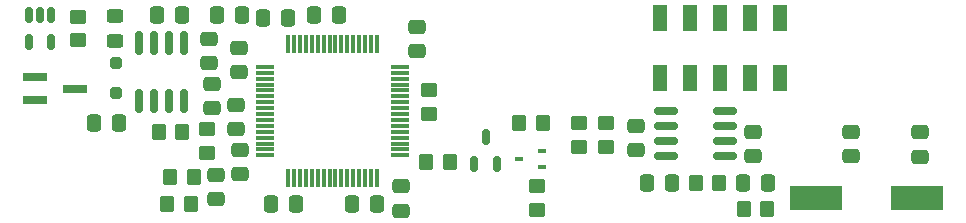
<source format=gtp>
%TF.GenerationSoftware,KiCad,Pcbnew,7.0.7*%
%TF.CreationDate,2024-07-03T20:03:01-05:00*%
%TF.ProjectId,LightsaberDesign,4c696768-7473-4616-9265-724465736967,rev?*%
%TF.SameCoordinates,Original*%
%TF.FileFunction,Paste,Top*%
%TF.FilePolarity,Positive*%
%FSLAX46Y46*%
G04 Gerber Fmt 4.6, Leading zero omitted, Abs format (unit mm)*
G04 Created by KiCad (PCBNEW 7.0.7) date 2024-07-03 20:03:01*
%MOMM*%
%LPD*%
G01*
G04 APERTURE LIST*
G04 Aperture macros list*
%AMRoundRect*
0 Rectangle with rounded corners*
0 $1 Rounding radius*
0 $2 $3 $4 $5 $6 $7 $8 $9 X,Y pos of 4 corners*
0 Add a 4 corners polygon primitive as box body*
4,1,4,$2,$3,$4,$5,$6,$7,$8,$9,$2,$3,0*
0 Add four circle primitives for the rounded corners*
1,1,$1+$1,$2,$3*
1,1,$1+$1,$4,$5*
1,1,$1+$1,$6,$7*
1,1,$1+$1,$8,$9*
0 Add four rect primitives between the rounded corners*
20,1,$1+$1,$2,$3,$4,$5,0*
20,1,$1+$1,$4,$5,$6,$7,0*
20,1,$1+$1,$6,$7,$8,$9,0*
20,1,$1+$1,$8,$9,$2,$3,0*%
G04 Aperture macros list end*
%ADD10RoundRect,0.250000X0.475000X-0.337500X0.475000X0.337500X-0.475000X0.337500X-0.475000X-0.337500X0*%
%ADD11RoundRect,0.250000X0.337500X0.475000X-0.337500X0.475000X-0.337500X-0.475000X0.337500X-0.475000X0*%
%ADD12RoundRect,0.250000X-0.450000X0.350000X-0.450000X-0.350000X0.450000X-0.350000X0.450000X0.350000X0*%
%ADD13RoundRect,0.250000X-0.350000X-0.450000X0.350000X-0.450000X0.350000X0.450000X-0.350000X0.450000X0*%
%ADD14RoundRect,0.250000X-0.475000X0.337500X-0.475000X-0.337500X0.475000X-0.337500X0.475000X0.337500X0*%
%ADD15RoundRect,0.250000X0.250000X-0.250000X0.250000X0.250000X-0.250000X0.250000X-0.250000X-0.250000X0*%
%ADD16RoundRect,0.150000X0.150000X-0.825000X0.150000X0.825000X-0.150000X0.825000X-0.150000X-0.825000X0*%
%ADD17RoundRect,0.250000X-0.337500X-0.475000X0.337500X-0.475000X0.337500X0.475000X-0.337500X0.475000X0*%
%ADD18RoundRect,0.075000X-0.700000X-0.075000X0.700000X-0.075000X0.700000X0.075000X-0.700000X0.075000X0*%
%ADD19RoundRect,0.075000X-0.075000X-0.700000X0.075000X-0.700000X0.075000X0.700000X-0.075000X0.700000X0*%
%ADD20RoundRect,0.150000X0.150000X-0.512500X0.150000X0.512500X-0.150000X0.512500X-0.150000X-0.512500X0*%
%ADD21RoundRect,0.250000X0.350000X0.450000X-0.350000X0.450000X-0.350000X-0.450000X0.350000X-0.450000X0*%
%ADD22RoundRect,0.150000X-0.150000X0.512500X-0.150000X-0.512500X0.150000X-0.512500X0.150000X0.512500X0*%
%ADD23R,2.000000X0.650000*%
%ADD24RoundRect,0.250000X-0.450000X0.325000X-0.450000X-0.325000X0.450000X-0.325000X0.450000X0.325000X0*%
%ADD25R,1.270000X2.290000*%
%ADD26R,4.500000X2.000000*%
%ADD27RoundRect,0.250000X0.450000X-0.350000X0.450000X0.350000X-0.450000X0.350000X-0.450000X-0.350000X0*%
%ADD28R,0.700000X0.450000*%
%ADD29RoundRect,0.150000X-0.825000X-0.150000X0.825000X-0.150000X0.825000X0.150000X-0.825000X0.150000X0*%
G04 APERTURE END LIST*
D10*
%TO.C,C7*%
X193360000Y-70114500D03*
X193360000Y-68039500D03*
%TD*%
D11*
%TO.C,C14*%
X164613500Y-74676000D03*
X162538500Y-74676000D03*
%TD*%
D10*
%TO.C,FB1*%
X157226000Y-62759500D03*
X157226000Y-60684500D03*
%TD*%
D12*
%TO.C,R14*%
X190820000Y-67818000D03*
X190820000Y-69818000D03*
%TD*%
D13*
%TO.C,R3*%
X175612000Y-71109000D03*
X177612000Y-71109000D03*
%TD*%
D10*
%TO.C,C20*%
X159512000Y-68347500D03*
X159512000Y-66272500D03*
%TD*%
D13*
%TO.C,R10*%
X198456000Y-72887000D03*
X200456000Y-72887000D03*
%TD*%
D14*
%TO.C,C4*%
X159832000Y-70071500D03*
X159832000Y-72146500D03*
%TD*%
D15*
%TO.C,D4*%
X149352000Y-65258000D03*
X149352000Y-62758000D03*
%TD*%
D14*
%TO.C,C13*%
X173482000Y-73152000D03*
X173482000Y-75227000D03*
%TD*%
D10*
%TO.C,C17*%
X217424000Y-70655000D03*
X217424000Y-68580000D03*
%TD*%
D16*
%TO.C,U1*%
X151323000Y-65964000D03*
X152593000Y-65964000D03*
X153863000Y-65964000D03*
X155133000Y-65964000D03*
X155133000Y-61014000D03*
X153863000Y-61014000D03*
X152593000Y-61014000D03*
X151323000Y-61014000D03*
%TD*%
D17*
%TO.C,C11*%
X169396500Y-74676000D03*
X171471500Y-74676000D03*
%TD*%
D13*
%TO.C,R9*%
X202520000Y-75046000D03*
X204520000Y-75046000D03*
%TD*%
D18*
%TO.C,U2*%
X162031000Y-63041000D03*
X162031000Y-63541000D03*
X162031000Y-64041000D03*
X162031000Y-64541000D03*
X162031000Y-65041000D03*
X162031000Y-65541000D03*
X162031000Y-66041000D03*
X162031000Y-66541000D03*
X162031000Y-67041000D03*
X162031000Y-67541000D03*
X162031000Y-68041000D03*
X162031000Y-68541000D03*
X162031000Y-69041000D03*
X162031000Y-69541000D03*
X162031000Y-70041000D03*
X162031000Y-70541000D03*
D19*
X163956000Y-72466000D03*
X164456000Y-72466000D03*
X164956000Y-72466000D03*
X165456000Y-72466000D03*
X165956000Y-72466000D03*
X166456000Y-72466000D03*
X166956000Y-72466000D03*
X167456000Y-72466000D03*
X167956000Y-72466000D03*
X168456000Y-72466000D03*
X168956000Y-72466000D03*
X169456000Y-72466000D03*
X169956000Y-72466000D03*
X170456000Y-72466000D03*
X170956000Y-72466000D03*
X171456000Y-72466000D03*
D18*
X173381000Y-70541000D03*
X173381000Y-70041000D03*
X173381000Y-69541000D03*
X173381000Y-69041000D03*
X173381000Y-68541000D03*
X173381000Y-68041000D03*
X173381000Y-67541000D03*
X173381000Y-67041000D03*
X173381000Y-66541000D03*
X173381000Y-66041000D03*
X173381000Y-65541000D03*
X173381000Y-65041000D03*
X173381000Y-64541000D03*
X173381000Y-64041000D03*
X173381000Y-63541000D03*
X173381000Y-63041000D03*
D19*
X171456000Y-61116000D03*
X170956000Y-61116000D03*
X170456000Y-61116000D03*
X169956000Y-61116000D03*
X169456000Y-61116000D03*
X168956000Y-61116000D03*
X168456000Y-61116000D03*
X167956000Y-61116000D03*
X167456000Y-61116000D03*
X166956000Y-61116000D03*
X166456000Y-61116000D03*
X165956000Y-61116000D03*
X165456000Y-61116000D03*
X164956000Y-61116000D03*
X164456000Y-61116000D03*
X163956000Y-61116000D03*
%TD*%
D12*
%TO.C,R13*%
X175834000Y-65013000D03*
X175834000Y-67013000D03*
%TD*%
D20*
%TO.C,Q3*%
X179710000Y-71230500D03*
X181610000Y-71230500D03*
X180660000Y-68955500D03*
%TD*%
D13*
%TO.C,R6*%
X153940000Y-72390000D03*
X155940000Y-72390000D03*
%TD*%
D17*
%TO.C,C9*%
X166160500Y-58663000D03*
X168235500Y-58663000D03*
%TD*%
D10*
%TO.C,C18*%
X211582000Y-70633500D03*
X211582000Y-68558500D03*
%TD*%
D12*
%TO.C,R8*%
X157038000Y-68331000D03*
X157038000Y-70331000D03*
%TD*%
D21*
%TO.C,R5*%
X155686000Y-74665000D03*
X153686000Y-74665000D03*
%TD*%
D22*
%TO.C,U3*%
X143891000Y-58668500D03*
X142941000Y-58668500D03*
X141991000Y-58668500D03*
X141991000Y-60943500D03*
X143891000Y-60943500D03*
%TD*%
D10*
%TO.C,C12*%
X174818000Y-61732500D03*
X174818000Y-59657500D03*
%TD*%
D14*
%TO.C,C6*%
X203266000Y-68547500D03*
X203266000Y-70622500D03*
%TD*%
D23*
%TO.C,Q1*%
X142501000Y-63936000D03*
X142501000Y-65836000D03*
X145921000Y-64886000D03*
%TD*%
D21*
%TO.C,R7*%
X154974000Y-68569000D03*
X152974000Y-68569000D03*
%TD*%
D12*
%TO.C,R11*%
X184978000Y-73173000D03*
X184978000Y-75173000D03*
%TD*%
D24*
%TO.C,L1*%
X149291000Y-58781000D03*
X149291000Y-60831000D03*
%TD*%
D10*
%TO.C,C1*%
X157828637Y-74260740D03*
X157828637Y-72185740D03*
%TD*%
D25*
%TO.C,J1*%
X205552000Y-63997000D03*
X205552000Y-58947000D03*
X203012000Y-63997000D03*
X203012000Y-58947000D03*
X200472000Y-63997000D03*
X200472000Y-58947000D03*
X197932000Y-63997000D03*
X197932000Y-58947000D03*
X195392000Y-63997000D03*
X195392000Y-58947000D03*
%TD*%
D13*
%TO.C,R2*%
X183486000Y-67807000D03*
X185486000Y-67807000D03*
%TD*%
D14*
%TO.C,C10*%
X159766000Y-61446500D03*
X159766000Y-63521500D03*
%TD*%
D11*
%TO.C,C15*%
X163917500Y-58917000D03*
X161842500Y-58917000D03*
%TD*%
D26*
%TO.C,Y1*%
X208670000Y-74168000D03*
X217170000Y-74168000D03*
%TD*%
D11*
%TO.C,C8*%
X204557500Y-72887000D03*
X202482500Y-72887000D03*
%TD*%
D17*
%TO.C,C5*%
X194354500Y-72887000D03*
X196429500Y-72887000D03*
%TD*%
D27*
%TO.C,R12*%
X188534000Y-69818000D03*
X188534000Y-67818000D03*
%TD*%
D11*
%TO.C,C3*%
X149606000Y-67818000D03*
X147531000Y-67818000D03*
%TD*%
D28*
%TO.C,D5*%
X185470000Y-71505000D03*
X185470000Y-70205000D03*
X183470000Y-70855000D03*
%TD*%
D10*
%TO.C,C19*%
X157480000Y-66569500D03*
X157480000Y-64494500D03*
%TD*%
D12*
%TO.C,R1*%
X146116000Y-58806000D03*
X146116000Y-60806000D03*
%TD*%
D11*
%TO.C,C2*%
X154961500Y-58674000D03*
X152886500Y-58674000D03*
%TD*%
D29*
%TO.C,U4*%
X195965000Y-66791000D03*
X195965000Y-68061000D03*
X195965000Y-69331000D03*
X195965000Y-70601000D03*
X200915000Y-70601000D03*
X200915000Y-69331000D03*
X200915000Y-68061000D03*
X200915000Y-66791000D03*
%TD*%
D17*
%TO.C,C21*%
X157945000Y-58674000D03*
X160020000Y-58674000D03*
%TD*%
M02*

</source>
